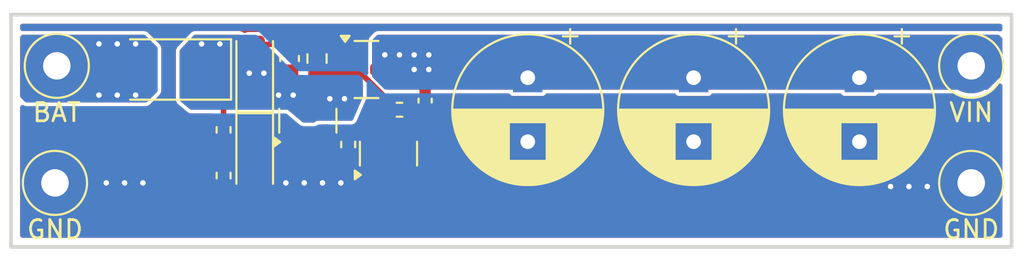
<source format=kicad_pcb>
(kicad_pcb (version 20240108) (generator "pcbnew") (generator_version "8.0")
  (layers (0 "F.Cu" signal) (31 "B.Cu" signal) (34 "B.Paste" user) (35 "F.Paste" user) (36 "B.SilkS" user "B.Silkscreen") (37 "F.SilkS" user "F.Silkscreen") (38 "B.Mask" user) (39 "F.Mask" user) (44 "Edge.Cuts" user))
  (net 0 "")
  (net 1 "GND")
  (net 2 "Net-(D1-K)")
  (net 3 "Net-(D3-A)")
  (net 4 "Net-(D2-K)")
  (net 5 "Net-(Q2-G)")
  (net 6 "Net-(D4-A)")
  (net 7 "Net-(D2-A)")
  (net 8 "BATTERY_BUS_IN")
  (net 9 "TO_SMPS_VIN")
  (footprint "Capacitor_SMD:C_0402_1005Metric" (layer "F.Cu") (at 88.8 48.5 -90)
    (property "Reference" "C2" (hide yes))
    (property "Value" "0.1uF")
    (pad "1" smd roundrect (at -0.48 0 270) (size 0.56 0.62) (layers "F.Cu" "F.Paste" "F.Mask") (net 9 "TO_SMPS_VIN"))
    (pad "2" smd roundrect (at 0.48 0 270) (size 0.56 0.62) (layers "F.Cu" "F.Paste" "F.Mask") (net 6 "Net-(D4-A)"))
  )
  (footprint "Package_TO_SOT_SMD:SOT-23" (layer "F.Cu") (at 82.4 49.6 90)
    (property "Reference" "Q1" (hide yes))
    (property "Value" "MMBT3906")
    (pad "1" smd roundrect (at -0.9375 -0.95 90) (size 1.475 0.6) (layers "F.Cu" "F.Paste" "F.Mask") (net 4 "Net-(D2-K)"))
    (pad "2" smd roundrect (at -0.9375 0.95 90) (size 1.475 0.6) (layers "F.Cu" "F.Paste" "F.Mask") (net 3 "Net-(D3-A)"))
    (pad "3" smd roundrect (at 0.9375 0 90) (size 1.475 0.6) (layers "F.Cu" "F.Paste" "F.Mask") (net 2 "Net-(D1-K)"))
  )
  (footprint "TestPoint:TestPoint_THTPad_D3.0mm_Drill1.5mm" (layer "F.Cu") (at 118.6 46.6)
    (property "Reference" "TP2" (hide yes))
    (property "Value" "VIN" (at 0 2.55 0) (layer "F.SilkS"))
    (pad "1" thru_hole circle (at 0 0) (size 3 3) (drill 1.5) (layers "*.Cu" "*.Mask") (net 9 "TO_SMPS_VIN"))
  )
  (footprint "Package_TO_SOT_SMD:SOT-23" (layer "F.Cu") (at 85.6 46.8)
    (property "Reference" "Q2" (hide yes))
    (property "Value" "AO3401A")
    (pad "1" smd roundrect (at -0.9375 -0.95) (size 1.475 0.6) (layers "F.Cu" "F.Paste" "F.Mask") (net 5 "Net-(Q2-G)"))
    (pad "2" smd roundrect (at -0.9375 0.95) (size 1.475 0.6) (layers "F.Cu" "F.Paste" "F.Mask") (net 2 "Net-(D1-K)"))
    (pad "3" smd roundrect (at 0.9375 0) (size 1.475 0.6) (layers "F.Cu" "F.Paste" "F.Mask") (net 9 "TO_SMPS_VIN"))
  )
  (footprint "Resistor_SMD:R_0603_1608Metric" (layer "F.Cu") (at 82.9 46.2 90)
    (property "Reference" "R4" (hide yes))
    (property "Value" "10R")
    (pad "1" smd roundrect (at -0.825 0 90) (size 0.8 0.95) (layers "F.Cu" "F.Paste" "F.Mask") (net 3 "Net-(D3-A)"))
    (pad "2" smd roundrect (at 0.825 0 90) (size 0.8 0.95) (layers "F.Cu" "F.Paste" "F.Mask") (net 5 "Net-(Q2-G)"))
  )
  (footprint "Resistor_SMD:R_0402_1005Metric" (layer "F.Cu") (at 77.8 52.6 90)
    (property "Reference" "R2" (hide yes))
    (property "Value" "27.4K")
    (pad "1" smd roundrect (at -0.51 0 90) (size 0.54 0.64) (layers "F.Cu" "F.Paste" "F.Mask") (net 1 "GND"))
    (pad "2" smd roundrect (at 0.51 0 90) (size 0.54 0.64) (layers "F.Cu" "F.Paste" "F.Mask") (net 7 "Net-(D2-A)"))
  )
  (footprint "TestPoint:TestPoint_THTPad_D3.0mm_Drill1.5mm" (layer "F.Cu") (at 118.6 53)
    (property "Reference" "TP4" (hide yes))
    (property "Value" "GND" (at 0 2.55 0) (layer "F.SilkS"))
    (pad "1" thru_hole circle (at 0 0) (size 3 3) (drill 1.5) (layers "*.Cu" "*.Mask") (net 1 "GND"))
  )
  (footprint "Resistor_SMD:R_0402_1005Metric" (layer "F.Cu") (at 87.4 49 180)
    (property "Reference" "R5" (hide yes))
    (property "Value" "10.2K")
    (pad "1" smd roundrect (at -0.51 0 180) (size 0.54 0.64) (layers "F.Cu" "F.Paste" "F.Mask") (net 6 "Net-(D4-A)"))
    (pad "2" smd roundrect (at 0.51 0 180) (size 0.54 0.64) (layers "F.Cu" "F.Paste" "F.Mask") (net 3 "Net-(D3-A)"))
  )
  (footprint "Capacitor_THT:CP_Radial_D8.0mm_P3.50mm" (layer "F.Cu") (at 112.5 47.247349 -90)
    (property "Reference" "C4" (hide yes))
    (property "Value" "100uF")
    (pad "1" thru_hole rect (at 0 0 270) (size 1.6 1.6) (drill 0.8) (layers "*.Cu" "*.Mask") (net 9 "TO_SMPS_VIN"))
    (pad "2" thru_hole circle (at 3.5 0 270) (size 1.6 1.6) (drill 0.8) (layers "*.Cu" "*.Mask") (net 1 "GND"))
  )
  (footprint "Capacitor_SMD:C_0603_1608Metric" (layer "F.Cu") (at 81.4 46.2 90)
    (property "Reference" "C1" (hide yes))
    (property "Value" "1uF")
    (pad "1" smd roundrect (at -0.775 0 90) (size 0.9 0.95) (layers "F.Cu" "F.Paste" "F.Mask") (net 2 "Net-(D1-K)"))
    (pad "2" smd roundrect (at 0.775 0 90) (size 0.9 0.95) (layers "F.Cu" "F.Paste" "F.Mask") (net 3 "Net-(D3-A)"))
  )
  (footprint "Diode_SMD:D_SOD-123F" (layer "F.Cu") (at 79.5 46.9 90)
    (property "Reference" "D3" (hide yes))
    (property "Value" "18V")
    (pad "1" smd roundrect (at -1.4 0 90) (size 1.1 1.1) (layers "F.Cu" "F.Paste" "F.Mask") (roundrect_rratio 0.2272727273) (net 2 "Net-(D1-K)"))
    (pad "2" smd roundrect (at 1.4 0 90) (size 1.1 1.1) (layers "F.Cu" "F.Paste" "F.Mask") (roundrect_rratio 0.2272727273) (net 3 "Net-(D3-A)"))
  )
  (footprint "Diode_SMD:D_SMA" (layer "F.Cu") (at 74.7 46.8 180)
    (property "Reference" "D1" (hide yes))
    (property "Value" "US1M")
    (pad "1" smd roundrect (at -2 0 180) (size 2.5 1.8) (layers "F.Cu" "F.Paste" "F.Mask") (roundrect_rratio 0.1388888889) (net 2 "Net-(D1-K)"))
    (pad "2" smd roundrect (at 2 0 180) (size 2.5 1.8) (layers "F.Cu" "F.Paste" "F.Mask") (roundrect_rratio 0.1388888889) (net 8 "BATTERY_BUS_IN"))
  )
  (footprint "Resistor_SMD:R_0402_1005Metric" (layer "F.Cu") (at 77.8 50.1 -90)
    (property "Reference" "R1" (hide yes))
    (property "Value" "100K")
    (pad "1" smd roundrect (at -0.51 0 270) (size 0.54 0.64) (layers "F.Cu" "F.Paste" "F.Mask") (net 2 "Net-(D1-K)"))
    (pad "2" smd roundrect (at 0.51 0 270) (size 0.54 0.64) (layers "F.Cu" "F.Paste" "F.Mask") (net 4 "Net-(D2-K)"))
  )
  (footprint "TestPoint:TestPoint_THTPad_D3.0mm_Drill1.5mm" (layer "F.Cu") (at 68.6 53)
    (property "Reference" "TP3" (hide yes))
    (property "Value" "GND" (at 0 2.55 0) (layer "F.SilkS"))
    (pad "1" thru_hole circle (at 0 0) (size 3 3) (drill 1.5) (layers "*.Cu" "*.Mask") (net 1 "GND"))
  )
  (footprint "TestPoint:TestPoint_THTPad_D3.0mm_Drill1.5mm" (layer "F.Cu") (at 68.7 46.6)
    (property "Reference" "TP1" (hide yes))
    (property "Value" "BAT" (at 0 2.55 0) (layer "F.SilkS"))
    (pad "1" thru_hole circle (at 0 0) (size 3 3) (drill 1.5) (layers "*.Cu" "*.Mask") (net 8 "BATTERY_BUS_IN"))
  )
  (footprint "Diode_SMD:D_SOD-123F" (layer "F.Cu") (at 79.5 51.4 -90)
    (property "Reference" "D2" (hide yes))
    (property "Value" "18V")
    (pad "1" smd roundrect (at -1.4 0 270) (size 1.1 1.1) (layers "F.Cu" "F.Paste" "F.Mask") (roundrect_rratio 0.2272727273) (net 4 "Net-(D2-K)"))
    (pad "2" smd roundrect (at 1.4 0 270) (size 1.1 1.1) (layers "F.Cu" "F.Paste" "F.Mask") (roundrect_rratio 0.2272727273) (net 7 "Net-(D2-A)"))
  )
  (footprint "Capacitor_THT:CP_Radial_D8.0mm_P3.50mm" (layer "F.Cu") (at 94.4 47.247349 -90)
    (property "Reference" "C3" (hide yes))
    (property "Value" "100uF")
    (pad "1" thru_hole rect (at 0 0 270) (size 1.6 1.6) (drill 0.8) (layers "*.Cu" "*.Mask") (net 9 "TO_SMPS_VIN"))
    (pad "2" thru_hole circle (at 3.5 0 270) (size 1.6 1.6) (drill 0.8) (layers "*.Cu" "*.Mask") (net 1 "GND"))
  )
  (footprint "Resistor_SMD:R_0402_1005Metric" (layer "F.Cu") (at 84.6 50.9 90)
    (property "Reference" "R3" (hide yes))
    (property "Value" "332K")
    (pad "1" smd roundrect (at -0.51 0 90) (size 0.54 0.64) (layers "F.Cu" "F.Paste" "F.Mask") (net 1 "GND"))
    (pad "2" smd roundrect (at 0.51 0 90) (size 0.54 0.64) (layers "F.Cu" "F.Paste" "F.Mask") (net 3 "Net-(D3-A)"))
  )
  (footprint "Capacitor_THT:CP_Radial_D8.0mm_P3.50mm" (layer "F.Cu") (at 103.45 47.247349 -90)
    (property "Reference" "C5" (hide yes))
    (property "Value" "100uF")
    (pad "1" thru_hole rect (at 0 0 270) (size 1.6 1.6) (drill 0.8) (layers "*.Cu" "*.Mask") (net 9 "TO_SMPS_VIN"))
    (pad "2" thru_hole circle (at 3.5 0 270) (size 1.6 1.6) (drill 0.8) (layers "*.Cu" "*.Mask") (net 1 "GND"))
  )
  (footprint "Package_TO_SOT_SMD:SOT-23" (layer "F.Cu") (at 86.8 51.4 90)
    (property "Reference" "D4" (hide yes))
    (property "Value" "BAV99")
    (pad "1" smd roundrect (at -0.9375 -0.95 90) (size 1.475 0.6) (layers "F.Cu" "F.Paste" "F.Mask") (net 1 "GND"))
    (pad "2" smd roundrect (at -0.9375 0.95 90) (size 1.475 0.6) (layers "F.Cu" "F.Paste" "F.Mask") (net 6 "Net-(D4-A)"))
    (pad "3" smd roundrect (at 0.9375 0 90) (size 1.475 0.6) (layers "F.Cu" "F.Paste" "F.Mask") (net 3 "Net-(D3-A)"))
  )
  (gr_rect (start 66.2 43.8) (end 120.8 56.5) (stroke (width 0.2)) (fill none) (layer "Edge.Cuts"))
  (via (at 115.2 53.2) (size 0.6) (drill 0.3) (layers "F.Cu" "B.Cu") (net 1))
  (via (at 73.4 53) (size 0.6) (drill 0.3) (layers "F.Cu" "B.Cu") (net 1))
  (via (at 71.4 53) (size 0.6) (drill 0.3) (layers "F.Cu" "B.Cu") (net 1))
  (via (at 72.4 53) (size 0.6) (drill 0.3) (layers "F.Cu" "B.Cu") (net 1))
  (via (at 116.2 53.2) (size 0.6) (drill 0.3) (layers "F.Cu" "B.Cu") (net 1))
  (via (at 82.2 53) (size 0.6) (drill 0.3) (layers "F.Cu" "B.Cu") (net 1))
  (via (at 81.2 53) (size 0.6) (drill 0.3) (layers "F.Cu" "B.Cu") (net 1))
  (via (at 84.2 53) (size 0.6) (drill 0.3) (layers "F.Cu" "B.Cu") (net 1))
  (via (at 83.2 53) (size 0.6) (drill 0.3) (layers "F.Cu" "B.Cu") (net 1))
  (via (at 114.2 53.2) (size 0.6) (drill 0.3) (layers "F.Cu" "B.Cu") (net 1))
  (segment (start 77.8 49.59) (end 77.8 47.9) (width 0.3) (layer "F.Cu") (net 2))
  (segment (start 77.8 47.9) (end 76.7 46.8) (width 0.3) (layer "F.Cu") (net 2))
  (via (at 80 47) (size 0.6) (drill 0.3) (layers "F.Cu" "B.Cu") (net 2))
  (via (at 79.2 47) (size 0.6) (drill 0.3) (layers "F.Cu" "B.Cu") (net 2))
  (via (at 84.4 48.4) (size 0.6) (drill 0.3) (layers "F.Cu" "B.Cu") (net 2))
  (via (at 76.6 45.4) (size 0.6) (drill 0.3) (layers "F.Cu" "B.Cu") (net 2))
  (via (at 83.6 48.4) (size 0.6) (drill 0.3) (layers "F.Cu" "B.Cu") (net 2))
  (via (at 80.8 48.2) (size 0.6) (drill 0.3) (layers "F.Cu" "B.Cu") (net 2))
  (via (at 77.6 45.4) (size 0.6) (drill 0.3) (layers "F.Cu" "B.Cu") (net 2))
  (via (at 81.6 48.2) (size 0.6) (drill 0.3) (layers "F.Cu" "B.Cu") (net 2))
  (segment (start 82.9 46.925) (end 81.4 45.425) (width 0.3) (layer "F.Cu") (net 3))
  (segment (start 86.89 49) (end 86.89 50.3725) (width 0.3) (layer "F.Cu") (net 3))
  (segment (start 86.8 50.4625) (end 83.425 50.4625) (width 0.3) (layer "F.Cu") (net 3))
  (segment (start 81.4 45.425) (end 79.575 45.425) (width 0.3) (layer "F.Cu") (net 3))
  (segment (start 82.9 47.025) (end 82.925 47) (width 0.2) (layer "F.Cu") (net 3))
  (segment (start 86.8 49.09) (end 86.89 49) (width 0.2) (layer "F.Cu") (net 3))
  (segment (start 86.89 48.59379) (end 86.89 49) (width 0.3) (layer "F.Cu") (net 3))
  (segment (start 85.32121 47.025) (end 86.89 48.59379) (width 0.3) (layer "F.Cu") (net 3))
  (segment (start 85.2255 47) (end 86.8 48.5745) (width 0.2) (layer "F.Cu") (net 3))
  (segment (start 82.9 47.025) (end 82.9 46.925) (width 0.3) (layer "F.Cu") (net 3))
  (segment (start 86.8 50.4625) (end 86.8 49.09) (width 0.2) (layer "F.Cu") (net 3))
  (segment (start 82.9 47.025) (end 85.32121 47.025) (width 0.3) (layer "F.Cu") (net 3))
  (segment (start 79.575 45.425) (end 79.5 45.5) (width 0.3) (layer "F.Cu") (net 3))
  (segment (start 82.925 47) (end 85.2255 47) (width 0.2) (layer "F.Cu") (net 3))
  (segment (start 83.425 50.4625) (end 83.35 50.5375) (width 0.3) (layer "F.Cu") (net 3))
  (segment (start 86.8 48.5745) (end 86.8 49.09) (width 0.2) (layer "F.Cu") (net 3))
  (segment (start 86.89 50.3725) (end 86.8 50.4625) (width 0.3) (layer "F.Cu") (net 3))
  (segment (start 80.9125 50) (end 81.45 50.5375) (width 0.3) (layer "F.Cu") (net 4))
  (segment (start 77.8 50.61) (end 78.89 50.61) (width 0.3) (layer "F.Cu") (net 4))
  (segment (start 78.89 50.61) (end 79.5 50) (width 0.3) (layer "F.Cu") (net 4))
  (segment (start 79.5 50) (end 80.9125 50) (width 0.3) (layer "F.Cu") (net 4))
  (segment (start 83.175 45.375) (end 83.65 45.85) (width 0.3) (layer "F.Cu") (net 5))
  (segment (start 82.9 45.375) (end 83.175 45.375) (width 0.3) (layer "F.Cu") (net 5))
  (segment (start 83.65 45.85) (end 84.6625 45.85) (width 0.3) (layer "F.Cu") (net 5))
  (segment (start 88.78 49) (end 88.8 48.98) (width 0.3) (layer "F.Cu") (net 6))
  (segment (start 87.8 49.11) (end 87.91 49) (width 0.3) (layer "F.Cu") (net 6))
  (segment (start 87.8 52.2875) (end 87.8 49.11) (width 0.3) (layer "F.Cu") (net 6))
  (segment (start 87.75 52.3375) (end 87.8 52.2875) (width 0.3) (layer "F.Cu") (net 6))
  (segment (start 87.91 49) (end 88.78 49) (width 0.3) (layer "F.Cu") (net 6))
  (segment (start 77.8 52.09) (end 78.79 52.09) (width 0.3) (layer "F.Cu") (net 7))
  (segment (start 78.79 52.09) (end 79.5 52.8) (width 0.3) (layer "F.Cu") (net 7))
  (via (at 72 45.4) (size 0.6) (drill 0.3) (layers "F.Cu" "B.Cu") (net 8))
  (via (at 72 48.2) (size 0.6) (drill 0.3) (layers "F.Cu" "B.Cu") (net 8))
  (via (at 73 45.4) (size 0.6) (drill 0.3) (layers "F.Cu" "B.Cu") (net 8))
  (via (at 71 48.2) (size 0.6) (drill 0.3) (layers "F.Cu" "B.Cu") (net 8))
  (via (at 73 48.2) (size 0.6) (drill 0.3) (layers "F.Cu" "B.Cu") (net 8))
  (via (at 71 45.4) (size 0.6) (drill 0.3) (layers "F.Cu" "B.Cu") (net 8))
  (via (at 88.2 46) (size 0.6) (drill 0.3) (layers "F.Cu" "B.Cu") (net 9))
  (via (at 86.6 46) (size 0.6) (drill 0.3) (layers "F.Cu" "B.Cu") (net 9))
  (via (at 87.4 46) (size 0.6) (drill 0.3) (layers "F.Cu" "B.Cu") (net 9))
  (via (at 88.2 46.8) (size 0.6) (drill 0.3) (layers "F.Cu" "B.Cu") (net 9))
  (via (at 89 46.8) (size 0.6) (drill 0.3) (layers "F.Cu" "B.Cu") (net 9))
  (via (at 89 46) (size 0.6) (drill 0.3) (layers "F.Cu" "B.Cu") (net 9))
  (zone (net 2) (net_name "Net-(D1-K)") (layers "F&B.Cu") (priority 3) (connect_pads yes (clearance 0.2)) (min_thickness 0.25) (fill yes (thermal_gap 0.5) (thermal_bridge_width 0.5))
    (polygon (pts (xy 75.4 48.5) (xy 76 49) (xy 81.3 49) (xy 82.133333 49.7) (xy 82.766668 49.7) (xy 82.875001 49.6) (xy 84.842855 49.6) (xy 85.4 48.3) (xy 85.4 47.3) (xy 85.2 47.1) (xy 81.8 47.1) (xy 79.6 44.9) (xy 76.2 44.9) (xy 75.4 45.749438)))
  )
  (zone (net 1) (net_name "GND") (layers "F&B.Cu") (connect_pads yes (clearance 0.2)) (min_thickness 0.25) (fill yes (thermal_gap 0.5) (thermal_bridge_width 0.5))
    (polygon (pts (xy 65.6 57.3) (xy 121.5 57.3) (xy 121.5 43) (xy 65.6 43)))
  )
  (zone (net 8) (net_name "BATTERY_BUS_IN") (layers "F&B.Cu") (priority 1) (connect_pads yes (clearance 0.2)) (min_thickness 0.25) (fill yes (thermal_gap 0.5) (thermal_bridge_width 0.5))
    (polygon (pts (xy 66.8 44.9) (xy 73.5 44.9) (xy 74.2 45.6) (xy 74.2 48) (xy 73.6 48.6) (xy 67 48.6) (xy 66.3 47.9) (xy 66.3 45.4)))
  )
  (zone (net 9) (net_name "TO_SMPS_VIN") (layers "F&B.Cu") (priority 2) (connect_pads yes (clearance 0.2)) (min_thickness 0.25) (fill yes (thermal_gap 0.5) (thermal_bridge_width 0.5))
    (polygon (pts (xy 85.9 45.2) (xy 85.9 47.2) (xy 86.6 47.9) (xy 119.5 47.9) (xy 120.6 46.8) (xy 120.6 45.4) (xy 120.1 44.9) (xy 86.2 44.9)))
  )
)
</source>
